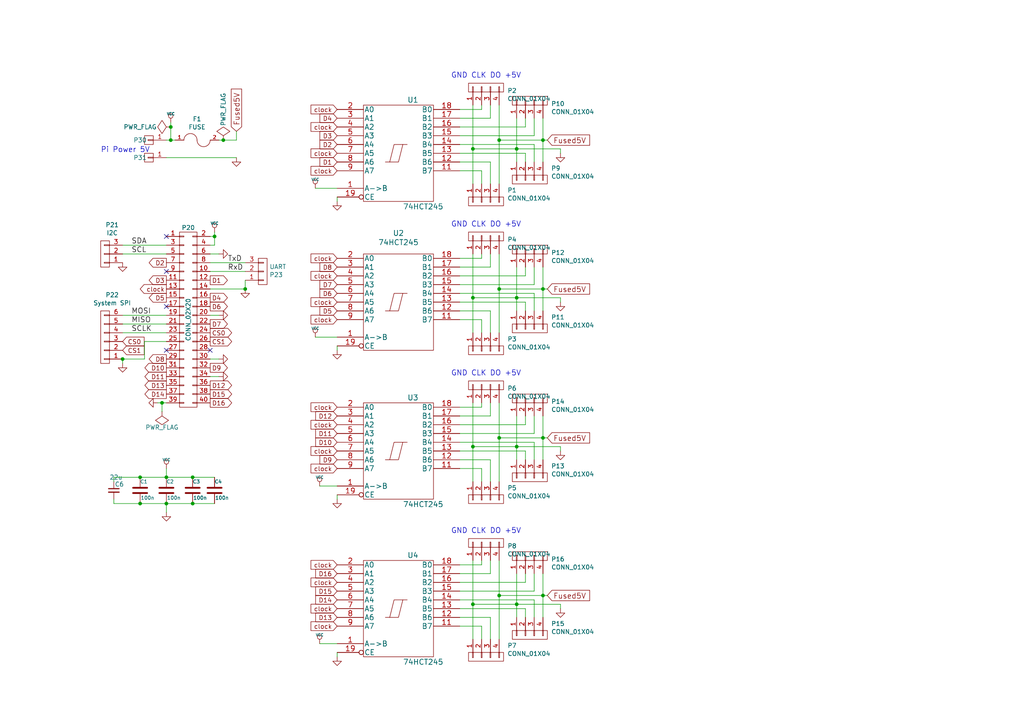
<source format=kicad_sch>
(kicad_sch (version 20250114) (generator "eeschema") (generator_version "9.0")
  (paper "A4")
  (lib_symbols
    (symbol "pi-adapter-rescue:74HC245" (pin_names (offset 0.254))
      (property "Reference" "U" (at 2.54 14.605 0))
      (property "Value" "74HC245" (at 1.27 -14.605 0))
      (symbol "74HC245_0_0"
        (pin power_in line (at 0 13.97 270) (length 0) (hide yes) (name "VCC") (number "20"))
        (pin power_in line (at 0 -13.97 90) (length 0) (hide yes) (name "GND") (number "10"))
      )
      (symbol "74HC245_0_1"
        (rectangle (start -10.16 13.97) (end 10.16 -13.97))
        (polyline (pts (xy 1.27 2.54) (xy 0 -2.54) (xy -2.54 -2.54)))
        (polyline (pts (xy 2.54 2.54) (xy -1.27 2.54) (xy -2.54 -2.54) (xy -3.81 -2.54)))
      )
      (symbol "74HC245_1_1"
        (pin tri_state line (at -17.78 12.7 0) (length 7.62) (name "A0") (number "2"))
        (pin tri_state line (at -17.78 10.16 0) (length 7.62) (name "A1") (number "3"))
        (pin tri_state line (at -17.78 7.62 0) (length 7.62) (name "A2") (number "4"))
        (pin tri_state line (at -17.78 5.08 0) (length 7.62) (name "A3") (number "5"))
        (pin tri_state line (at -17.78 2.54 0) (length 7.62) (name "A4") (number "6"))
        (pin tri_state line (at -17.78 0 0) (length 7.62) (name "A5") (number "7"))
        (pin tri_state line (at -17.78 -2.54 0) (length 7.62) (name "A6") (number "8"))
        (pin tri_state line (at -17.78 -5.08 0) (length 7.62) (name "A7") (number "9"))
        (pin input line (at -17.78 -10.16 0) (length 7.62) (name "A->B") (number "1"))
        (pin input inverted (at -17.78 -12.7 0) (length 7.62) (name "CE") (number "19"))
        (pin tri_state line (at 17.78 12.7 180) (length 7.62) (name "B0") (number "18"))
        (pin tri_state line (at 17.78 10.16 180) (length 7.62) (name "B1") (number "17"))
        (pin tri_state line (at 17.78 7.62 180) (length 7.62) (name "B2") (number "16"))
        (pin tri_state line (at 17.78 5.08 180) (length 7.62) (name "B3") (number "15"))
        (pin tri_state line (at 17.78 2.54 180) (length 7.62) (name "B4") (number "14"))
        (pin tri_state line (at 17.78 0 180) (length 7.62) (name "B5") (number "13"))
        (pin tri_state line (at 17.78 -2.54 180) (length 7.62) (name "B6") (number "12"))
        (pin tri_state line (at 17.78 -5.08 180) (length 7.62) (name "B7") (number "11"))
      )
    )
    (symbol "pi-adapter-rescue:C" (pin_numbers (hide yes)) (pin_names (offset 0.254))
      (property "Reference" "C" (at 0.635 2.54 0))
      (property "Value" "C" (at 0.635 -2.54 0))
      (symbol "C_0_1"
        (polyline (pts (xy -2.032 0.762) (xy 2.032 0.762)) (stroke (width 0.508)))
        (polyline (pts (xy -2.032 -0.762) (xy 2.032 -0.762)) (stroke (width 0.508)))
      )
      (symbol "C_1_1"
        (pin passive line (at 0 3.81 270) (length 2.794) (name "~") (number "1"))
        (pin passive line (at 0 -3.81 90) (length 2.794) (name "~") (number "2"))
      )
    )
    (symbol "pi-adapter-rescue:CONN_01X01" (pin_names (offset 1.016) (hide yes))
      (property "Reference" "P" (at 0 2.54 0))
      (property "Value" "CONN_01X01" (at 2.54 0 90))
      (symbol "CONN_01X01_0_1"
        (rectangle (start -1.27 1.27) (end 1.27 -1.27))
        (rectangle (start -1.27 0.127) (end 0.254 -0.127))
      )
      (symbol "CONN_01X01_1_1"
        (pin passive line (at -5.08 0 0) (length 3.81) (name "P1") (number "1"))
      )
    )
    (symbol "pi-adapter-rescue:CONN_01X03" (pin_names (offset 1.016) (hide yes))
      (property "Reference" "P" (at 0 5.08 0))
      (property "Value" "CONN_01X03" (at 2.54 0 90))
      (symbol "CONN_01X03_0_1"
        (rectangle (start -1.27 3.81) (end 1.27 -3.81))
        (rectangle (start -1.27 2.667) (end 0.254 2.413))
        (rectangle (start -1.27 0.127) (end 0.254 -0.127))
        (rectangle (start -1.27 -2.413) (end 0.254 -2.667))
      )
      (symbol "CONN_01X03_1_1"
        (pin passive line (at -5.08 2.54 0) (length 3.81) (name "P1") (number "1"))
        (pin passive line (at -5.08 0 0) (length 3.81) (name "P2") (number "2"))
        (pin passive line (at -5.08 -2.54 0) (length 3.81) (name "P3") (number "3"))
      )
    )
    (symbol "pi-adapter-rescue:CONN_01X04" (pin_names (offset 1.016) (hide yes))
      (property "Reference" "P" (at 0 6.35 0))
      (property "Value" "CONN_01X04" (at 2.54 0 90))
      (symbol "CONN_01X04_0_1"
        (rectangle (start -1.27 5.08) (end 1.27 -5.08))
        (rectangle (start -1.27 3.937) (end 0.254 3.683))
        (rectangle (start -1.27 1.397) (end 0.254 1.143))
        (rectangle (start -1.27 -1.143) (end 0.254 -1.397))
        (rectangle (start -1.27 -3.683) (end 0.254 -3.937))
      )
      (symbol "CONN_01X04_1_1"
        (pin passive line (at -5.08 3.81 0) (length 3.81) (name "P1") (number "1"))
        (pin passive line (at -5.08 1.27 0) (length 3.81) (name "P2") (number "2"))
        (pin passive line (at -5.08 -1.27 0) (length 3.81) (name "P3") (number "3"))
        (pin passive line (at -5.08 -3.81 0) (length 3.81) (name "P4") (number "4"))
      )
    )
    (symbol "pi-adapter-rescue:CONN_01X06" (pin_names (offset 1.016) (hide yes))
      (property "Reference" "P" (at 0 8.89 0))
      (property "Value" "CONN_01X06" (at 2.54 0 90))
      (symbol "CONN_01X06_0_1"
        (rectangle (start -1.27 7.62) (end 1.27 -7.62))
        (rectangle (start -1.27 6.477) (end 0.254 6.223))
        (rectangle (start -1.27 3.937) (end 0.254 3.683))
        (rectangle (start -1.27 1.397) (end 0.254 1.143))
        (rectangle (start -1.27 -1.143) (end 0.254 -1.397))
        (rectangle (start -1.27 -3.683) (end 0.254 -3.937))
        (rectangle (start -1.27 -6.223) (end 0.254 -6.477))
      )
      (symbol "CONN_01X06_1_1"
        (pin passive line (at -5.08 6.35 0) (length 3.81) (name "P1") (number "1"))
        (pin passive line (at -5.08 3.81 0) (length 3.81) (name "P2") (number "2"))
        (pin passive line (at -5.08 1.27 0) (length 3.81) (name "P3") (number "3"))
        (pin passive line (at -5.08 -1.27 0) (length 3.81) (name "P4") (number "4"))
        (pin passive line (at -5.08 -3.81 0) (length 3.81) (name "P5") (number "5"))
        (pin passive line (at -5.08 -6.35 0) (length 3.81) (name "P6") (number "6"))
      )
    )
    (symbol "pi-adapter-rescue:CONN_02X20" (pin_names (offset 0.0254) (hide yes))
      (property "Reference" "P" (at 0 26.67 0))
      (property "Value" "CONN_02X20" (at 0 0 90))
      (symbol "CONN_02X20_0_1"
        (rectangle (start -2.54 25.4) (end 2.54 -25.4))
        (rectangle (start -2.54 24.257) (end -1.27 24.003))
        (rectangle (start -2.54 21.717) (end -1.27 21.463))
        (rectangle (start -2.54 19.177) (end -1.27 18.923))
        (rectangle (start -2.54 16.637) (end -1.27 16.383))
        (rectangle (start -2.54 14.097) (end -1.27 13.843))
        (rectangle (start -2.54 11.557) (end -1.27 11.303))
        (rectangle (start -2.54 9.017) (end -1.27 8.763))
        (rectangle (start -2.54 6.477) (end -1.27 6.223))
        (rectangle (start -2.54 3.937) (end -1.27 3.683))
        (rectangle (start -2.54 1.397) (end -1.27 1.143))
        (rectangle (start -2.54 -1.143) (end -1.27 -1.397))
        (rectangle (start -2.54 -3.683) (end -1.27 -3.937))
        (rectangle (start -2.54 -6.223) (end -1.27 -6.477))
        (rectangle (start -2.54 -8.763) (end -1.27 -9.017))
        (rectangle (start -2.54 -11.303) (end -1.27 -11.557))
        (rectangle (start -2.54 -13.843) (end -1.27 -14.097))
        (rectangle (start -2.54 -16.383) (end -1.27 -16.637))
        (rectangle (start -2.54 -18.923) (end -1.27 -19.177))
        (rectangle (start -2.54 -21.463) (end -1.27 -21.717))
        (rectangle (start -2.54 -24.003) (end -1.27 -24.257))
        (rectangle (start 1.27 24.257) (end 2.54 24.003))
        (rectangle (start 1.27 21.717) (end 2.54 21.463))
        (rectangle (start 1.27 19.177) (end 2.54 18.923))
        (rectangle (start 1.27 16.637) (end 2.54 16.383))
        (rectangle (start 1.27 14.097) (end 2.54 13.843))
        (rectangle (start 1.27 11.557) (end 2.54 11.303))
        (rectangle (start 1.27 9.017) (end 2.54 8.763))
        (rectangle (start 1.27 6.477) (end 2.54 6.223))
        (rectangle (start 1.27 3.937) (end 2.54 3.683))
        (rectangle (start 1.27 1.397) (end 2.54 1.143))
        (rectangle (start 1.27 -1.143) (end 2.54 -1.397))
        (rectangle (start 1.27 -3.683) (end 2.54 -3.937))
        (rectangle (start 1.27 -6.223) (end 2.54 -6.477))
        (rectangle (start 1.27 -8.763) (end 2.54 -9.017))
        (rectangle (start 1.27 -11.303) (end 2.54 -11.557))
        (rectangle (start 1.27 -13.843) (end 2.54 -14.097))
        (rectangle (start 1.27 -16.383) (end 2.54 -16.637))
        (rectangle (start 1.27 -18.923) (end 2.54 -19.177))
        (rectangle (start 1.27 -21.463) (end 2.54 -21.717))
        (rectangle (start 1.27 -24.003) (end 2.54 -24.257))
      )
      (symbol "CONN_02X20_1_1"
        (pin passive line (at -6.35 24.13 0) (length 3.81) (name "P1") (number "1"))
        (pin passive line (at -6.35 21.59 0) (length 3.81) (name "P3") (number "3"))
        (pin passive line (at -6.35 19.05 0) (length 3.81) (name "P5") (number "5"))
        (pin passive line (at -6.35 16.51 0) (length 3.81) (name "P7") (number "7"))
        (pin passive line (at -6.35 13.97 0) (length 3.81) (name "P9") (number "9"))
        (pin passive line (at -6.35 11.43 0) (length 3.81) (name "P11") (number "11"))
        (pin passive line (at -6.35 8.89 0) (length 3.81) (name "P13") (number "13"))
        (pin passive line (at -6.35 6.35 0) (length 3.81) (name "P15") (number "15"))
        (pin passive line (at -6.35 3.81 0) (length 3.81) (name "P17") (number "17"))
        (pin passive line (at -6.35 1.27 0) (length 3.81) (name "P19") (number "19"))
        (pin passive line (at -6.35 -1.27 0) (length 3.81) (name "P21") (number "21"))
        (pin passive line (at -6.35 -3.81 0) (length 3.81) (name "P23") (number "23"))
        (pin passive line (at -6.35 -6.35 0) (length 3.81) (name "P25") (number "25"))
        (pin passive line (at -6.35 -8.89 0) (length 3.81) (name "P27") (number "27"))
        (pin passive line (at -6.35 -11.43 0) (length 3.81) (name "P29") (number "29"))
        (pin passive line (at -6.35 -13.97 0) (length 3.81) (name "P31") (number "31"))
        (pin passive line (at -6.35 -16.51 0) (length 3.81) (name "P33") (number "33"))
        (pin passive line (at -6.35 -19.05 0) (length 3.81) (name "P35") (number "35"))
        (pin passive line (at -6.35 -21.59 0) (length 3.81) (name "P37") (number "37"))
        (pin passive line (at -6.35 -24.13 0) (length 3.81) (name "P39") (number "39"))
        (pin passive line (at 6.35 24.13 180) (length 3.81) (name "P2") (number "2"))
        (pin passive line (at 6.35 21.59 180) (length 3.81) (name "P4") (number "4"))
        (pin passive line (at 6.35 19.05 180) (length 3.81) (name "P6") (number "6"))
        (pin passive line (at 6.35 16.51 180) (length 3.81) (name "P8") (number "8"))
        (pin passive line (at 6.35 13.97 180) (length 3.81) (name "P10") (number "10"))
        (pin passive line (at 6.35 11.43 180) (length 3.81) (name "P12") (number "12"))
        (pin passive line (at 6.35 8.89 180) (length 3.81) (name "P14") (number "14"))
        (pin passive line (at 6.35 6.35 180) (length 3.81) (name "P16") (number "16"))
        (pin passive line (at 6.35 3.81 180) (length 3.81) (name "P18") (number "18"))
        (pin passive line (at 6.35 1.27 180) (length 3.81) (name "P20") (number "20"))
        (pin passive line (at 6.35 -1.27 180) (length 3.81) (name "P22") (number "22"))
        (pin passive line (at 6.35 -3.81 180) (length 3.81) (name "P24") (number "24"))
        (pin passive line (at 6.35 -6.35 180) (length 3.81) (name "P26") (number "26"))
        (pin passive line (at 6.35 -8.89 180) (length 3.81) (name "P28") (number "28"))
        (pin passive line (at 6.35 -11.43 180) (length 3.81) (name "P30") (number "30"))
        (pin passive line (at 6.35 -13.97 180) (length 3.81) (name "P32") (number "32"))
        (pin passive line (at 6.35 -16.51 180) (length 3.81) (name "P34") (number "34"))
        (pin passive line (at 6.35 -19.05 180) (length 3.81) (name "P36") (number "36"))
        (pin passive line (at 6.35 -21.59 180) (length 3.81) (name "P38") (number "38"))
        (pin passive line (at 6.35 -24.13 180) (length 3.81) (name "P40") (number "40"))
      )
    )
    (symbol "pi-adapter-rescue:C_Small" (pin_numbers (hide yes)) (pin_names (offset 0.254) (hide yes))
      (property "Reference" "C" (at 0.254 1.778 0))
      (property "Value" "C_Small" (at 0.254 -2.032 0))
      (symbol "C_Small_0_1"
        (polyline (pts (xy -1.524 0.508) (xy 1.524 0.508)) (stroke (width 0.3048)))
        (polyline (pts (xy -1.524 -0.508) (xy 1.524 -0.508)) (stroke (width 0.3302)))
      )
      (symbol "C_Small_1_1"
        (pin passive line (at 0 2.54 270) (length 1.905) (name "~") (number "1"))
        (pin passive line (at 0 -2.54 90) (length 2.032) (name "~") (number "2"))
      )
    )
    (symbol "pi-adapter-rescue:FUSE" (pin_names (offset 0.254))
      (property "Reference" "F" (at 2.54 1.27 0))
      (property "Value" "FUSE" (at -2.54 -1.27 0))
      (symbol "FUSE_0_1"
        (arc (start -3.81 0) (mid -1.905 1.905) (end 0 0))
        (arc (start 3.81 0) (mid 1.905 -1.905) (end 0 0))
      )
      (symbol "FUSE_1_1"
        (pin input line (at -6.35 0 0) (length 2.54) (name "~") (number "1"))
        (pin input line (at 6.35 0 180) (length 2.54) (name "~") (number "2"))
      )
    )
    (symbol "pi-adapter-rescue:GND" (power) (pin_names (offset 0))
      (property "Value" "GND" (at 0 -3.81 0))
      (symbol "GND_0_1"
        (polyline (pts (xy 0 0) (xy 0 -1.27) (xy 1.27 -1.27) (xy 0 -2.54) (xy -1.27 -1.27) (xy 0 -1.27)))
      )
      (symbol "GND_1_1"
        (pin power_in line (at 0 0 270) (length 0) (hide yes) (name "GND") (number "1"))
      )
    )
    (symbol "pi-adapter-rescue:PWR_FLAG" (power) (pin_numbers (hide yes)) (pin_names (offset 0) (hide yes))
      (property "Value" "PWR_FLAG" (at 0 4.572 0))
      (symbol "PWR_FLAG_0_0"
        (pin power_out line (at 0 0 90) (length 0) (name "pwr") (number "1"))
      )
      (symbol "PWR_FLAG_0_1"
        (polyline (pts (xy 0 0) (xy 0 1.27) (xy -1.905 2.54) (xy 0 3.81) (xy 1.905 2.54) (xy 0 1.27)))
      )
    )
    (symbol "pi-adapter-rescue:VCC" (power) (pin_names (offset 0))
      (property "Value" "VCC" (at 0 3.81 0))
      (symbol "VCC_0_1"
        (circle (center 0 1.905) (radius 0.635))
        (polyline (pts (xy 0 0) (xy 0 1.27)))
      )
      (symbol "VCC_1_1"
        (pin power_in line (at 0 0 90) (length 0) (hide yes) (name "VCC") (number "1"))
      )
    )
  )
  (text "GND CLK DO +5V\n" (at 130.81 109.22 0) (effects (font (size 1.524 1.524)) (justify left bottom)))
  (text "Pi Power 5V" (at 29.21 44.45 0) (effects (font (size 1.524 1.524)) (justify left bottom)))
  (text "GND CLK DO +5V\n" (at 130.81 22.86 0) (effects (font (size 1.524 1.524)) (justify left bottom)))
  (text "GND CLK DO +5V\n" (at 130.81 154.94 0) (effects (font (size 1.524 1.524)) (justify left bottom)))
  (text "GND CLK DO +5V\n" (at 130.81 66.04 0) (effects (font (size 1.524 1.524)) (justify left bottom)))
  (junction (at 157.48 83.82))
  (junction (at 157.48 172.72))
  (junction (at 149.86 43.18))
  (junction (at 149.86 175.26))
  (junction (at 55.88 138.43))
  (junction (at 137.16 86.36))
  (junction (at 157.48 40.64))
  (junction (at 71.12 83.82))
  (junction (at 137.16 175.26))
  (junction (at 149.86 86.36))
  (junction (at 137.16 43.18))
  (junction (at 144.78 40.64))
  (junction (at 64.77 40.64))
  (junction (at 157.48 127))
  (junction (at 48.26 138.43))
  (junction (at 144.78 127))
  (junction (at 137.16 129.54))
  (junction (at 40.64 138.43))
  (junction (at 49.53 36.83))
  (junction (at 55.88 146.05))
  (junction (at 144.78 83.82))
  (junction (at 62.23 68.58))
  (junction (at 35.56 104.14))
  (junction (at 48.26 146.05))
  (junction (at 40.64 146.05))
  (junction (at 49.53 40.64))
  (junction (at 144.78 172.72))
  (junction (at 149.86 129.54))
  (junction (at 46.99 116.84))
  (no_connect (at 48.26 101.6))
  (no_connect (at 48.26 78.74))
  (no_connect (at 48.26 68.58))
  (no_connect (at 60.96 101.6))
  (no_connect (at 48.26 88.9))
  (wire (pts (xy 33.02 138.43) (xy 33.02 139.7)))
  (wire (pts (xy 149.86 86.36) (xy 162.56 86.36)))
  (wire (pts (xy 154.94 85.09) (xy 154.94 90.17)))
  (wire (pts (xy 60.96 104.14) (xy 63.5 104.14)))
  (wire (pts (xy 149.86 34.29) (xy 149.86 43.18)))
  (wire (pts (xy 157.48 77.47) (xy 157.48 83.82)))
  (wire (pts (xy 48.26 138.43) (xy 48.26 135.89)))
  (wire (pts (xy 62.23 67.31) (xy 62.23 68.58)))
  (wire (pts (xy 142.24 179.07) (xy 142.24 185.42)))
  (wire (pts (xy 162.56 175.26) (xy 162.56 176.53)))
  (wire (pts (xy 149.86 175.26) (xy 162.56 175.26)))
  (wire (pts (xy 144.78 116.84) (xy 144.78 127)))
  (wire (pts (xy 133.35 181.61) (xy 139.7 181.61)))
  (wire (pts (xy 149.86 86.36) (xy 149.86 90.17)))
  (wire (pts (xy 48.26 45.72) (xy 68.58 45.72)))
  (wire (pts (xy 152.4 44.45) (xy 133.35 44.45)))
  (wire (pts (xy 142.24 120.65) (xy 142.24 116.84)))
  (wire (pts (xy 92.71 186.69) (xy 97.79 186.69)))
  (wire (pts (xy 33.02 144.78) (xy 33.02 146.05)))
  (wire (pts (xy 62.23 68.58) (xy 62.23 71.12)))
  (wire (pts (xy 133.35 39.37) (xy 154.94 39.37)))
  (wire (pts (xy 142.24 90.17) (xy 142.24 96.52)))
  (wire (pts (xy 157.48 127) (xy 157.48 133.35)))
  (wire (pts (xy 152.4 46.99) (xy 152.4 44.45)))
  (wire (pts (xy 154.94 171.45) (xy 154.94 166.37)))
  (wire (pts (xy 149.86 166.37) (xy 149.86 175.26)))
  (wire (pts (xy 137.16 43.18) (xy 137.16 53.34)))
  (wire (pts (xy 139.7 135.89) (xy 139.7 139.7)))
  (wire (pts (xy 97.79 54.61) (xy 91.44 54.61)))
  (wire (pts (xy 60.96 73.66) (xy 63.5 73.66)))
  (wire (pts (xy 133.35 41.91) (xy 154.94 41.91)))
  (wire (pts (xy 137.16 43.18) (xy 149.86 43.18)))
  (wire (pts (xy 144.78 73.66) (xy 144.78 83.82)))
  (wire (pts (xy 133.35 80.01) (xy 152.4 80.01)))
  (wire (pts (xy 154.94 82.55) (xy 154.94 77.47)))
  (wire (pts (xy 154.94 128.27) (xy 154.94 133.35)))
  (wire (pts (xy 133.35 166.37) (xy 142.24 166.37)))
  (wire (pts (xy 157.48 40.64) (xy 158.75 40.64)))
  (wire (pts (xy 142.24 166.37) (xy 142.24 162.56)))
  (wire (pts (xy 139.7 74.93) (xy 139.7 73.66)))
  (wire (pts (xy 149.86 120.65) (xy 149.86 129.54)))
  (wire (pts (xy 137.16 86.36) (xy 137.16 96.52)))
  (wire (pts (xy 133.35 82.55) (xy 154.94 82.55)))
  (wire (pts (xy 133.35 31.75) (xy 139.7 31.75)))
  (wire (pts (xy 157.48 127) (xy 158.75 127)))
  (wire (pts (xy 137.16 129.54) (xy 137.16 139.7)))
  (wire (pts (xy 33.02 146.05) (xy 40.64 146.05)))
  (wire (pts (xy 157.48 172.72) (xy 157.48 179.07)))
  (wire (pts (xy 162.56 86.36) (xy 162.56 87.63)))
  (wire (pts (xy 137.16 175.26) (xy 137.16 185.42)))
  (wire (pts (xy 149.86 175.26) (xy 149.86 179.07)))
  (wire (pts (xy 152.4 168.91) (xy 152.4 166.37)))
  (wire (pts (xy 49.53 36.83) (xy 49.53 40.64)))
  (wire (pts (xy 48.26 146.05) (xy 48.26 148.59)))
  (wire (pts (xy 41.91 104.14) (xy 41.91 99.06)))
  (wire (pts (xy 149.86 129.54) (xy 162.56 129.54)))
  (wire (pts (xy 133.35 77.47) (xy 142.24 77.47)))
  (wire (pts (xy 45.72 116.84) (xy 46.99 116.84)))
  (wire (pts (xy 49.53 40.64) (xy 50.8 40.64)))
  (wire (pts (xy 133.35 118.11) (xy 139.7 118.11)))
  (wire (pts (xy 157.48 40.64) (xy 157.48 46.99)))
  (wire (pts (xy 142.24 34.29) (xy 142.24 30.48)))
  (wire (pts (xy 144.78 40.64) (xy 157.48 40.64)))
  (wire (pts (xy 137.16 86.36) (xy 149.86 86.36)))
  (wire (pts (xy 71.12 81.28) (xy 71.12 83.82)))
  (wire (pts (xy 46.99 116.84) (xy 48.26 116.84)))
  (wire (pts (xy 62.23 71.12) (xy 60.96 71.12)))
  (wire (pts (xy 137.16 30.48) (xy 137.16 43.18)))
  (wire (pts (xy 139.7 181.61) (xy 139.7 185.42)))
  (wire (pts (xy 152.4 36.83) (xy 152.4 34.29)))
  (wire (pts (xy 137.16 73.66) (xy 137.16 86.36)))
  (wire (pts (xy 133.35 163.83) (xy 139.7 163.83)))
  (wire (pts (xy 152.4 130.81) (xy 133.35 130.81)))
  (wire (pts (xy 154.94 173.99) (xy 154.94 179.07)))
  (wire (pts (xy 144.78 172.72) (xy 157.48 172.72)))
  (wire (pts (xy 133.35 36.83) (xy 152.4 36.83)))
  (wire (pts (xy 152.4 179.07) (xy 152.4 176.53)))
  (wire (pts (xy 49.53 35.56) (xy 49.53 36.83)))
  (wire (pts (xy 139.7 49.53) (xy 139.7 53.34)))
  (wire (pts (xy 35.56 71.12) (xy 48.26 71.12)))
  (wire (pts (xy 60.96 76.2) (xy 71.12 76.2)))
  (wire (pts (xy 133.35 49.53) (xy 139.7 49.53)))
  (wire (pts (xy 35.56 93.98) (xy 48.26 93.98)))
  (wire (pts (xy 133.35 171.45) (xy 154.94 171.45)))
  (wire (pts (xy 149.86 43.18) (xy 149.86 46.99)))
  (wire (pts (xy 144.78 127) (xy 157.48 127)))
  (wire (pts (xy 152.4 133.35) (xy 152.4 130.81)))
  (wire (pts (xy 154.94 41.91) (xy 154.94 46.99)))
  (wire (pts (xy 60.96 109.22) (xy 63.5 109.22)))
  (wire (pts (xy 60.96 68.58) (xy 62.23 68.58)))
  (wire (pts (xy 139.7 163.83) (xy 139.7 162.56)))
  (wire (pts (xy 133.35 74.93) (xy 139.7 74.93)))
  (wire (pts (xy 157.48 83.82) (xy 158.75 83.82)))
  (wire (pts (xy 157.48 83.82) (xy 157.48 90.17)))
  (wire (pts (xy 91.44 97.79) (xy 97.79 97.79)))
  (wire (pts (xy 144.78 83.82) (xy 144.78 96.52)))
  (wire (pts (xy 35.56 104.14) (xy 41.91 104.14)))
  (wire (pts (xy 144.78 30.48) (xy 144.78 40.64)))
  (wire (pts (xy 142.24 46.99) (xy 142.24 53.34)))
  (wire (pts (xy 55.88 138.43) (xy 62.23 138.43)))
  (wire (pts (xy 152.4 87.63) (xy 133.35 87.63)))
  (wire (pts (xy 133.35 123.19) (xy 152.4 123.19)))
  (wire (pts (xy 48.26 138.43) (xy 55.88 138.43)))
  (wire (pts (xy 137.16 162.56) (xy 137.16 175.26)))
  (wire (pts (xy 157.48 120.65) (xy 157.48 127)))
  (wire (pts (xy 139.7 92.71) (xy 139.7 96.52)))
  (wire (pts (xy 35.56 73.66) (xy 48.26 73.66)))
  (wire (pts (xy 144.78 172.72) (xy 144.78 185.42)))
  (wire (pts (xy 133.35 173.99) (xy 154.94 173.99)))
  (wire (pts (xy 137.16 175.26) (xy 149.86 175.26)))
  (wire (pts (xy 133.35 85.09) (xy 154.94 85.09)))
  (wire (pts (xy 71.12 83.82) (xy 60.96 83.82)))
  (wire (pts (xy 35.56 91.44) (xy 48.26 91.44)))
  (wire (pts (xy 152.4 80.01) (xy 152.4 77.47)))
  (wire (pts (xy 133.35 133.35) (xy 142.24 133.35)))
  (wire (pts (xy 55.88 146.05) (xy 62.23 146.05)))
  (wire (pts (xy 33.02 138.43) (xy 40.64 138.43)))
  (wire (pts (xy 40.64 138.43) (xy 48.26 138.43)))
  (wire (pts (xy 64.77 40.64) (xy 68.58 40.64)))
  (wire (pts (xy 144.78 40.64) (xy 144.78 53.34)))
  (wire (pts (xy 48.26 40.64) (xy 49.53 40.64)))
  (wire (pts (xy 154.94 125.73) (xy 154.94 120.65)))
  (wire (pts (xy 144.78 127) (xy 144.78 139.7)))
  (wire (pts (xy 41.91 99.06) (xy 48.26 99.06)))
  (wire (pts (xy 133.35 92.71) (xy 139.7 92.71)))
  (wire (pts (xy 139.7 31.75) (xy 139.7 30.48)))
  (wire (pts (xy 154.94 39.37) (xy 154.94 34.29)))
  (wire (pts (xy 144.78 83.82) (xy 157.48 83.82)))
  (wire (pts (xy 92.71 140.97) (xy 97.79 140.97)))
  (wire (pts (xy 133.35 46.99) (xy 142.24 46.99)))
  (wire (pts (xy 35.56 96.52) (xy 48.26 96.52)))
  (wire (pts (xy 133.35 168.91) (xy 152.4 168.91)))
  (wire (pts (xy 152.4 176.53) (xy 133.35 176.53)))
  (wire (pts (xy 162.56 43.18) (xy 162.56 44.45)))
  (wire (pts (xy 97.79 57.15) (xy 97.79 58.42)))
  (wire (pts (xy 144.78 162.56) (xy 144.78 172.72)))
  (wire (pts (xy 142.24 77.47) (xy 142.24 73.66)))
  (wire (pts (xy 149.86 77.47) (xy 149.86 86.36)))
  (wire (pts (xy 60.96 78.74) (xy 71.12 78.74)))
  (wire (pts (xy 137.16 129.54) (xy 149.86 129.54)))
  (wire (pts (xy 152.4 123.19) (xy 152.4 120.65)))
  (wire (pts (xy 46.99 116.84) (xy 46.99 119.38)))
  (wire (pts (xy 97.79 189.23) (xy 97.79 190.5)))
  (wire (pts (xy 60.96 91.44) (xy 63.5 91.44)))
  (wire (pts (xy 137.16 116.84) (xy 137.16 129.54)))
  (wire (pts (xy 133.35 179.07) (xy 142.24 179.07)))
  (wire (pts (xy 133.35 34.29) (xy 142.24 34.29)))
  (wire (pts (xy 97.79 143.51) (xy 97.79 144.78)))
  (wire (pts (xy 152.4 90.17) (xy 152.4 87.63)))
  (wire (pts (xy 133.35 125.73) (xy 154.94 125.73)))
  (wire (pts (xy 157.48 166.37) (xy 157.48 172.72)))
  (wire (pts (xy 35.56 104.14) (xy 35.56 105.41)))
  (wire (pts (xy 97.79 100.33) (xy 97.79 101.6)))
  (wire (pts (xy 48.26 146.05) (xy 55.88 146.05)))
  (wire (pts (xy 142.24 133.35) (xy 142.24 139.7)))
  (wire (pts (xy 40.64 146.05) (xy 48.26 146.05)))
  (wire (pts (xy 157.48 172.72) (xy 158.75 172.72)))
  (wire (pts (xy 133.35 135.89) (xy 139.7 135.89)))
  (wire (pts (xy 133.35 128.27) (xy 154.94 128.27)))
  (wire (pts (xy 149.86 43.18) (xy 162.56 43.18)))
  (wire (pts (xy 149.86 129.54) (xy 149.86 133.35)))
  (wire (pts (xy 162.56 129.54) (xy 162.56 130.81)))
  (wire (pts (xy 133.35 90.17) (xy 142.24 90.17)))
  (wire (pts (xy 157.48 34.29) (xy 157.48 40.64)))
  (wire (pts (xy 139.7 118.11) (xy 139.7 116.84)))
  (wire (pts (xy 133.35 120.65) (xy 142.24 120.65)))
  (wire (pts (xy 63.5 40.64) (xy 64.77 40.64)))
  (wire (pts (xy 68.58 40.64) (xy 68.58 38.1)))
  (label "RxD" (at 66.04 78.74 0) (effects (font (size 1.524 1.524))))
  (label "MOSI" (at 38.1 91.44 0) (effects (font (size 1.524 1.524))))
  (label "MISO" (at 38.1 93.98 0) (effects (font (size 1.524 1.524))))
  (label "SCL" (at 38.1 73.66 0) (effects (font (size 1.524 1.524))))
  (label "SDA" (at 38.1 71.12 0) (effects (font (size 1.524 1.524))))
  (label "TxD" (at 66.04 76.2 0) (effects (font (size 1.524 1.524))))
  (label "SCLK" (at 38.1 96.52 0) (effects (font (size 1.524 1.524))))
  (global_label "CS0" (shape output) (at 60.96 96.52 0) (effects (font (size 1.2954 1.2954))) (property "Intersheetrefs" "${INTERSHEET_REFS}" (effects (hide yes))))
  (global_label "D9" (shape output) (at 60.96 106.68 0) (effects (font (size 1.2954 1.2954))) (property "Intersheetrefs" "${INTERSHEET_REFS}" (effects (hide yes))))
  (global_label "D7" (shape input) (at 97.79 82.55 180) (effects (font (size 1.2954 1.2954))) (property "Intersheetrefs" "${INTERSHEET_REFS}" (effects (hide yes))))
  (global_label "D12" (shape output) (at 60.96 111.76 0) (effects (font (size 1.2954 1.2954))) (property "Intersheetrefs" "${INTERSHEET_REFS}" (effects (hide yes))))
  (global_label "clock" (shape input) (at 97.79 176.53 180) (effects (font (size 1.2954 1.2954))) (property "Intersheetrefs" "${INTERSHEET_REFS}" (effects (hide yes))))
  (global_label "D10" (shape input) (at 97.79 128.27 180) (effects (font (size 1.2954 1.2954))) (property "Intersheetrefs" "${INTERSHEET_REFS}" (effects (hide yes))))
  (global_label "D6" (shape input) (at 97.79 85.09 180) (effects (font (size 1.2954 1.2954))) (property "Intersheetrefs" "${INTERSHEET_REFS}" (effects (hide yes))))
  (global_label "CS0" (shape input) (at 35.56 99.06 0) (effects (font (size 1.2954 1.2954))) (property "Intersheetrefs" "${INTERSHEET_REFS}" (effects (hide yes))))
  (global_label "Fused5V" (shape input) (at 158.75 83.82 0) (effects (font (size 1.524 1.524))) (property "Intersheetrefs" "${INTERSHEET_REFS}" (effects (hide yes))))
  (global_label "clock" (shape input) (at 97.79 74.93 180) (effects (font (size 1.2954 1.2954))) (property "Intersheetrefs" "${INTERSHEET_REFS}" (effects (hide yes))))
  (global_label "D15" (shape output) (at 60.96 114.3 0) (effects (font (size 1.2954 1.2954))) (property "Intersheetrefs" "${INTERSHEET_REFS}" (effects (hide yes))))
  (global_label "D13" (shape output) (at 48.26 111.76 180) (effects (font (size 1.2954 1.2954))) (property "Intersheetrefs" "${INTERSHEET_REFS}" (effects (hide yes))))
  (global_label "CS1" (shape output) (at 60.96 99.06 0) (effects (font (size 1.2954 1.2954))) (property "Intersheetrefs" "${INTERSHEET_REFS}" (effects (hide yes))))
  (global_label "D11" (shape input) (at 97.79 125.73 180) (effects (font (size 1.2954 1.2954))) (property "Intersheetrefs" "${INTERSHEET_REFS}" (effects (hide yes))))
  (global_label "D5" (shape input) (at 97.79 90.17 180) (effects (font (size 1.2954 1.2954))) (property "Intersheetrefs" "${INTERSHEET_REFS}" (effects (hide yes))))
  (global_label "clock" (shape input) (at 97.79 92.71 180) (effects (font (size 1.2954 1.2954))) (property "Intersheetrefs" "${INTERSHEET_REFS}" (effects (hide yes))))
  (global_label "D13" (shape input) (at 97.79 179.07 180) (effects (font (size 1.2954 1.2954))) (property "Intersheetrefs" "${INTERSHEET_REFS}" (effects (hide yes))))
  (global_label "D16" (shape input) (at 97.79 166.37 180) (effects (font (size 1.2954 1.2954))) (property "Intersheetrefs" "${INTERSHEET_REFS}" (effects (hide yes))))
  (global_label "clock" (shape input) (at 97.79 118.11 180) (effects (font (size 1.2954 1.2954))) (property "Intersheetrefs" "${INTERSHEET_REFS}" (effects (hide yes))))
  (global_label "D5" (shape output) (at 48.26 86.36 180) (effects (font (size 1.2954 1.2954))) (property "Intersheetrefs" "${INTERSHEET_REFS}" (effects (hide yes))))
  (global_label "D2" (shape input) (at 97.79 41.91 180) (effects (font (size 1.2954 1.2954))) (property "Intersheetrefs" "${INTERSHEET_REFS}" (effects (hide yes))))
  (global_label "D12" (shape input) (at 97.79 120.65 180) (effects (font (size 1.2954 1.2954))) (property "Intersheetrefs" "${INTERSHEET_REFS}" (effects (hide yes))))
  (global_label "clock" (shape input) (at 97.79 36.83 180) (effects (font (size 1.2954 1.2954))) (property "Intersheetrefs" "${INTERSHEET_REFS}" (effects (hide yes))))
  (global_label "clock" (shape input) (at 97.79 123.19 180) (effects (font (size 1.2954 1.2954))) (property "Intersheetrefs" "${INTERSHEET_REFS}" (effects (hide yes))))
  (global_label "D16" (shape output) (at 60.96 116.84 0) (effects (font (size 1.2954 1.2954))) (property "Intersheetrefs" "${INTERSHEET_REFS}" (effects (hide yes))))
  (global_label "D8" (shape input) (at 97.79 77.47 180) (effects (font (size 1.2954 1.2954))) (property "Intersheetrefs" "${INTERSHEET_REFS}" (effects (hide yes))))
  (global_label "D15" (shape input) (at 97.79 171.45 180) (effects (font (size 1.2954 1.2954))) (property "Intersheetrefs" "${INTERSHEET_REFS}" (effects (hide yes))))
  (global_label "D7" (shape output) (at 60.96 93.98 0) (effects (font (size 1.2954 1.2954))) (property "Intersheetrefs" "${INTERSHEET_REFS}" (effects (hide yes))))
  (global_label "D14" (shape input) (at 97.79 173.99 180) (effects (font (size 1.2954 1.2954))) (property "Intersheetrefs" "${INTERSHEET_REFS}" (effects (hide yes))))
  (global_label "D6" (shape output) (at 60.96 88.9 0) (effects (font (size 1.2954 1.2954))) (property "Intersheetrefs" "${INTERSHEET_REFS}" (effects (hide yes))))
  (global_label "D1" (shape input) (at 97.79 46.99 180) (effects (font (size 1.2954 1.2954))) (property "Intersheetrefs" "${INTERSHEET_REFS}" (effects (hide yes))))
  (global_label "D1" (shape output) (at 60.96 81.28 0) (effects (font (size 1.2954 1.2954))) (property "Intersheetrefs" "${INTERSHEET_REFS}" (effects (hide yes))))
  (global_label "clock" (shape input) (at 97.79 87.63 180) (effects (font (size 1.2954 1.2954))) (property "Intersheetrefs" "${INTERSHEET_REFS}" (effects (hide yes))))
  (global_label "D4" (shape output) (at 60.96 86.36 0) (effects (font (size 1.2954 1.2954))) (property "Intersheetrefs" "${INTERSHEET_REFS}" (effects (hide yes))))
  (global_label "clock" (shape input) (at 97.79 31.75 180) (effects (font (size 1.2954 1.2954))) (property "Intersheetrefs" "${INTERSHEET_REFS}" (effects (hide yes))))
  (global_label "D8" (shape output) (at 48.26 104.14 180) (effects (font (size 1.2954 1.2954))) (property "Intersheetrefs" "${INTERSHEET_REFS}" (effects (hide yes))))
  (global_label "clock" (shape input) (at 97.79 163.83 180) (effects (font (size 1.2954 1.2954))) (property "Intersheetrefs" "${INTERSHEET_REFS}" (effects (hide yes))))
  (global_label "D4" (shape input) (at 97.79 34.29 180) (effects (font (size 1.2954 1.2954))) (property "Intersheetrefs" "${INTERSHEET_REFS}" (effects (hide yes))))
  (global_label "clock" (shape input) (at 97.79 44.45 180) (effects (font (size 1.2954 1.2954))) (property "Intersheetrefs" "${INTERSHEET_REFS}" (effects (hide yes))))
  (global_label "clock" (shape input) (at 97.79 135.89 180) (effects (font (size 1.2954 1.2954))) (property "Intersheetrefs" "${INTERSHEET_REFS}" (effects (hide yes))))
  (global_label "D11" (shape output) (at 48.26 109.22 180) (effects (font (size 1.2954 1.2954))) (property "Intersheetrefs" "${INTERSHEET_REFS}" (effects (hide yes))))
  (global_label "Fused5V" (shape input) (at 158.75 40.64 0) (effects (font (size 1.524 1.524))) (property "Intersheetrefs" "${INTERSHEET_REFS}" (effects (hide yes))))
  (global_label "clock" (shape input) (at 97.79 80.01 180) (effects (font (size 1.2954 1.2954))) (property "Intersheetrefs" "${INTERSHEET_REFS}" (effects (hide yes))))
  (global_label "clock" (shape input) (at 97.79 181.61 180) (effects (font (size 1.2954 1.2954))) (property "Intersheetrefs" "${INTERSHEET_REFS}" (effects (hide yes))))
  (global_label "D3" (shape output) (at 48.26 81.28 180) (effects (font (size 1.2954 1.2954))) (property "Intersheetrefs" "${INTERSHEET_REFS}" (effects (hide yes))))
  (global_label "D10" (shape output) (at 48.26 106.68 180) (effects (font (size 1.2954 1.2954))) (property "Intersheetrefs" "${INTERSHEET_REFS}" (effects (hide yes))))
  (global_label "Fused5V" (shape input) (at 68.58 38.1 90) (effects (font (size 1.524 1.524))) (property "Intersheetrefs" "${INTERSHEET_REFS}" (effects (hide yes))))
  (global_label "clock" (shape output) (at 48.26 83.82 180) (effects (font (size 1.2954 1.2954))) (property "Intersheetrefs" "${INTERSHEET_REFS}" (effects (hide yes))))
  (global_label "D3" (shape input) (at 97.79 39.37 180) (effects (font (size 1.2954 1.2954))) (property "Intersheetrefs" "${INTERSHEET_REFS}" (effects (hide yes))))
  (global_label "Fused5V" (shape input) (at 158.75 172.72 0) (effects (font (size 1.524 1.524))) (property "Intersheetrefs" "${INTERSHEET_REFS}" (effects (hide yes))))
  (global_label "D14" (shape output) (at 48.26 114.3 180) (effects (font (size 1.2954 1.2954))) (property "Intersheetrefs" "${INTERSHEET_REFS}" (effects (hide yes))))
  (global_label "Fused5V" (shape input) (at 158.75 127 0) (effects (font (size 1.524 1.524))) (property "Intersheetrefs" "${INTERSHEET_REFS}" (effects (hide yes))))
  (global_label "D2" (shape output) (at 48.26 76.2 180) (effects (font (size 1.2954 1.2954))) (property "Intersheetrefs" "${INTERSHEET_REFS}" (effects (hide yes))))
  (global_label "clock" (shape input) (at 97.79 49.53 180) (effects (font (size 1.2954 1.2954))) (property "Intersheetrefs" "${INTERSHEET_REFS}" (effects (hide yes))))
  (global_label "clock" (shape input) (at 97.79 130.81 180) (effects (font (size 1.2954 1.2954))) (property "Intersheetrefs" "${INTERSHEET_REFS}" (effects (hide yes))))
  (global_label "D9" (shape input) (at 97.79 133.35 180) (effects (font (size 1.2954 1.2954))) (property "Intersheetrefs" "${INTERSHEET_REFS}" (effects (hide yes))))
  (global_label "CS1" (shape input) (at 35.56 101.6 0) (effects (font (size 1.2954 1.2954))) (property "Intersheetrefs" "${INTERSHEET_REFS}" (effects (hide yes))))
  (global_label "clock" (shape input) (at 97.79 168.91 180) (effects (font (size 1.2954 1.2954))) (property "Intersheetrefs" "${INTERSHEET_REFS}" (effects (hide yes))))
  (symbol (lib_id "pi-adapter-rescue:74HC245") (at 115.57 44.45 0) (unit 1)
    (property "Reference" "U1" (at 118.11 29.845 0) (effects (font (size 1.524 1.524)) (justify left bottom)))
    (property "Value" "74HCT245" (at 116.84 59.055 0) (effects (font (size 1.524 1.524)) (justify left top)))
    (property "Footprint" "Housings_SSOP:TSSOP-20_4.4x6.5mm_Pitch0.65mm" (effects (hide yes)))
  )
  (symbol (lib_id "pi-adapter-rescue:74HC245") (at 115.57 87.63 0) (unit 1)
    (property "Reference" "U2" (at 115.57 67.6148 0) (effects (font (size 1.524 1.524))))
    (property "Value" "74HCT245" (at 115.57 70.3072 0) (effects (font (size 1.524 1.524))))
    (property "Footprint" "Housings_SSOP:TSSOP-20_4.4x6.5mm_Pitch0.65mm" (effects (hide yes)))
  )
  (symbol (lib_id "pi-adapter-rescue:74HC245") (at 115.57 130.81 0) (unit 1)
    (property "Reference" "U3" (at 118.11 116.205 0) (effects (font (size 1.524 1.524)) (justify left bottom)))
    (property "Value" "74HCT245" (at 116.84 145.415 0) (effects (font (size 1.524 1.524)) (justify left top)))
    (property "Footprint" "Housings_SSOP:TSSOP-20_4.4x6.5mm_Pitch0.65mm" (effects (hide yes)))
  )
  (symbol (lib_id "pi-adapter-rescue:CONN_02X20") (at 54.61 92.71 0) (unit 1)
    (property "Reference" "P20" (at 54.61 66.04 0))
    (property "Value" "CONN_02X20" (at 54.61 92.71 90))
    (property "Footprint" "Pin_Headers:Pin_Header_Straight_2x20" (effects (hide yes)))
  )
  (symbol (lib_id "pi-adapter-rescue:GND") (at 63.5 91.44 90) (unit 1)
    (property "Reference" "#PWR01" (effects (hide yes)))
    (property "Value" "GND" (effects (hide yes)))
  )
  (symbol (lib_id "pi-adapter-rescue:GND") (at 63.5 73.66 90) (unit 1)
    (property "Reference" "#PWR02" (effects (hide yes)))
    (property "Value" "GND" (effects (hide yes)))
  )
  (symbol (lib_id "pi-adapter-rescue:GND") (at 45.72 116.84 270) (unit 1)
    (property "Reference" "#PWR03" (effects (hide yes)))
    (property "Value" "GND" (effects (hide yes)))
  )
  (symbol (lib_id "pi-adapter-rescue:GND") (at 63.5 109.22 90) (unit 1)
    (property "Reference" "#PWR04" (effects (hide yes)))
    (property "Value" "GND" (effects (hide yes)))
  )
  (symbol (lib_id "pi-adapter-rescue:GND") (at 35.56 105.41 0) (unit 1)
    (property "Reference" "#PWR05" (effects (hide yes)))
    (property "Value" "GND" (effects (hide yes)))
  )
  (symbol (lib_id "pi-adapter-rescue:C") (at 40.64 142.24 0) (unit 1)
    (property "Reference" "C1" (at 40.64 139.7 0) (effects (font (size 1.016 1.016)) (justify left)))
    (property "Value" "100n" (at 40.7924 144.399 0) (effects (font (size 1.016 1.016)) (justify left)))
    (property "Footprint" "Capacitors_SMD:C_0805_HandSoldering" (effects (hide yes)))
  )
  (symbol (lib_id "pi-adapter-rescue:C") (at 48.26 142.24 0) (unit 1)
    (property "Reference" "C2" (at 48.26 139.7 0) (effects (font (size 1.016 1.016)) (justify left)))
    (property "Value" "100n" (at 48.4124 144.399 0) (effects (font (size 1.016 1.016)) (justify left)))
    (property "Footprint" "Capacitors_SMD:C_0805_HandSoldering" (effects (hide yes)))
  )
  (symbol (lib_id "pi-adapter-rescue:C") (at 55.88 142.24 0) (unit 1)
    (property "Reference" "C3" (at 55.88 139.7 0) (effects (font (size 1.016 1.016)) (justify left)))
    (property "Value" "100n" (at 56.0324 144.399 0) (effects (font (size 1.016 1.016)) (justify left)))
    (property "Footprint" "Capacitors_SMD:C_0805_HandSoldering" (effects (hide yes)))
  )
  (symbol (lib_id "pi-adapter-rescue:GND") (at 48.26 148.59 0) (unit 1)
    (property "Reference" "#PWR06" (effects (hide yes)))
    (property "Value" "GND" (effects (hide yes)))
  )
  (symbol (lib_id "pi-adapter-rescue:VCC") (at 48.26 135.89 0) (unit 1)
    (property "Reference" "#PWR07" (effects (hide yes)))
    (property "Value" "VCC" (at 48.26 133.35 0) (effects (font (size 0.762 0.762))))
  )
  (symbol (lib_id "pi-adapter-rescue:GND") (at 97.79 58.42 0) (unit 1)
    (property "Reference" "#PWR08" (effects (hide yes)))
    (property "Value" "GND" (effects (hide yes)))
  )
  (symbol (lib_id "pi-adapter-rescue:GND") (at 97.79 101.6 0) (unit 1)
    (property "Reference" "#PWR09" (effects (hide yes)))
    (property "Value" "GND" (effects (hide yes)))
  )
  (symbol (lib_id "pi-adapter-rescue:GND") (at 97.79 144.78 0) (unit 1)
    (property "Reference" "#PWR010" (effects (hide yes)))
    (property "Value" "GND" (effects (hide yes)))
  )
  (symbol (lib_id "pi-adapter-rescue:VCC") (at 91.44 54.61 0) (unit 1)
    (property "Reference" "#PWR011" (effects (hide yes)))
    (property "Value" "VCC" (at 91.44 52.07 0) (effects (font (size 0.762 0.762))))
  )
  (symbol (lib_id "pi-adapter-rescue:VCC") (at 91.44 97.79 0) (unit 1)
    (property "Reference" "#PWR012" (effects (hide yes)))
    (property "Value" "VCC" (at 91.44 95.25 0) (effects (font (size 0.762 0.762))))
  )
  (symbol (lib_id "pi-adapter-rescue:VCC") (at 92.71 140.97 0) (unit 1)
    (property "Reference" "#PWR013" (effects (hide yes)))
    (property "Value" "VCC" (at 92.71 138.43 0) (effects (font (size 0.762 0.762))))
  )
  (symbol (lib_id "pi-adapter-rescue:C") (at 62.23 142.24 0) (unit 1)
    (property "Reference" "C4" (at 62.23 139.7 0) (effects (font (size 1.016 1.016)) (justify left)))
    (property "Value" "100n" (at 62.3824 144.399 0) (effects (font (size 1.016 1.016)) (justify left)))
    (property "Footprint" "Capacitors_SMD:C_0805_HandSoldering" (effects (hide yes)))
  )
  (symbol (lib_id "pi-adapter-rescue:74HC245") (at 115.57 176.53 0) (unit 1)
    (property "Reference" "U4" (at 118.11 161.925 0) (effects (font (size 1.524 1.524)) (justify left bottom)))
    (property "Value" "74HCT245" (at 116.84 191.135 0) (effects (font (size 1.524 1.524)) (justify left top)))
    (property "Footprint" "Housings_SSOP:TSSOP-20_4.4x6.5mm_Pitch0.65mm" (effects (hide yes)))
  )
  (symbol (lib_id "pi-adapter-rescue:GND") (at 97.79 190.5 0) (unit 1)
    (property "Reference" "#PWR014" (effects (hide yes)))
    (property "Value" "GND" (effects (hide yes)))
  )
  (symbol (lib_id "pi-adapter-rescue:VCC") (at 92.71 186.69 0) (unit 1)
    (property "Reference" "#PWR015" (effects (hide yes)))
    (property "Value" "VCC" (at 92.71 184.15 0) (effects (font (size 0.762 0.762))))
  )
  (symbol (lib_id "pi-adapter-rescue:PWR_FLAG") (at 46.99 119.38 180) (unit 1)
    (property "Reference" "#FLG016" (effects (hide yes)))
    (property "Value" "PWR_FLAG" (at 46.99 123.952 0))
  )
  (symbol (lib_id "pi-adapter-rescue:GND") (at 68.58 45.72 0) (unit 1)
    (property "Reference" "#PWR017" (effects (hide yes)))
    (property "Value" "GND" (effects (hide yes)))
  )
  (symbol (lib_id "pi-adapter-rescue:VCC") (at 49.53 35.56 0) (unit 1)
    (property "Reference" "#PWR018" (effects (hide yes)))
    (property "Value" "VCC" (at 49.53 33.02 0) (effects (font (size 0.762 0.762))))
  )
  (symbol (lib_id "pi-adapter-rescue:C_Small") (at 33.02 142.24 0) (unit 1)
    (property "Reference" "C6" (at 33.274 140.462 0) (effects (justify left)))
    (property "Value" "22u" (at 31.75 138.43 0) (effects (justify left)))
    (property "Footprint" "Capacitors_SMD:C_1206_HandSoldering" (effects (hide yes)))
  )
  (symbol (lib_id "pi-adapter-rescue:CONN_01X01") (at 43.18 40.64 180) (unit 1)
    (property "Reference" "P30" (at 40.64 40.64 0))
    (property "Value" "+5V" (effects (hide yes)))
    (property "Footprint" "Pin_Headers:Pin_Header_Straight_1x01" (effects (hide yes)))
  )
  (symbol (lib_id "pi-adapter-rescue:CONN_01X01") (at 43.18 45.72 180) (unit 1)
    (property "Reference" "P31" (at 40.64 45.72 0))
    (property "Value" "GND" (effects (hide yes)))
    (property "Footprint" "Pin_Headers:Pin_Header_Straight_1x01" (effects (hide yes)))
  )
  (symbol (lib_id "pi-adapter-rescue:CONN_01X04") (at 140.97 25.4 90) (unit 1)
    (property "Reference" "P2" (at 147.1676 26.289 90) (effects (justify right)))
    (property "Value" "CONN_01X04" (at 147.1676 28.6258 90) (effects (justify right)))
    (property "Footprint" "Pin_Headers:Pin_Header_Straight_1x04" (effects (hide yes)))
  )
  (symbol (lib_id "pi-adapter-rescue:CONN_01X04") (at 140.97 58.42 90) (mirror x) (unit 1)
    (property "Reference" "P1" (at 147.1676 55.1688 90) (effects (justify right)))
    (property "Value" "CONN_01X04" (at 147.1676 57.5056 90) (effects (justify right)))
    (property "Footprint" "Pin_Headers:Pin_Header_Straight_1x04" (effects (hide yes)))
  )
  (symbol (lib_id "pi-adapter-rescue:CONN_01X04") (at 153.67 29.21 90) (unit 1)
    (property "Reference" "P10" (at 159.8676 30.099 90) (effects (justify right)))
    (property "Value" "CONN_01X04" (at 159.8676 32.4358 90) (effects (justify right)))
    (property "Footprint" "Pin_Headers:Pin_Header_Straight_1x04" (effects (hide yes)))
  )
  (symbol (lib_id "pi-adapter-rescue:CONN_01X04") (at 153.67 52.07 90) (mirror x) (unit 1)
    (property "Reference" "P9" (at 159.8676 48.8188 90) (effects (justify right)))
    (property "Value" "CONN_01X04" (at 159.8676 51.1556 90) (effects (justify right)))
    (property "Footprint" "Pin_Headers:Pin_Header_Straight_1x04" (effects (hide yes)))
  )
  (symbol (lib_id "pi-adapter-rescue:GND") (at 162.56 44.45 0) (unit 1)
    (property "Reference" "#PWR019" (effects (hide yes)))
    (property "Value" "GND" (effects (hide yes)))
  )
  (symbol (lib_id "pi-adapter-rescue:CONN_01X03") (at 76.2 78.74 0) (mirror x) (unit 1)
    (property "Reference" "P23" (at 78.1558 79.7052 0) (effects (justify left)))
    (property "Value" "UART" (at 78.1558 77.3684 0) (effects (justify left)))
    (property "Footprint" "Pin_Headers:Pin_Header_Straight_1x03" (effects (hide yes)))
  )
  (symbol (lib_id "pi-adapter-rescue:GND") (at 71.12 83.82 0) (unit 1)
    (property "Reference" "#PWR020" (effects (hide yes)))
    (property "Value" "GND" (effects (hide yes)))
  )
  (symbol (lib_id "pi-adapter-rescue:CONN_01X03") (at 30.48 73.66 180) (unit 1)
    (property "Reference" "P21" (at 32.5374 65.2272 0))
    (property "Value" "I2C" (at 32.5374 67.564 0))
    (property "Footprint" "Pin_Headers:Pin_Header_Straight_1x03" (effects (hide yes)))
  )
  (symbol (lib_id "pi-adapter-rescue:FUSE") (at 57.15 40.64 0) (unit 1)
    (property "Reference" "F1" (at 57.15 34.5186 0))
    (property "Value" "FUSE" (at 57.15 36.8554 0))
    (property "Footprint" "Fuse_Holders_and_Fuses:Fuseholder5x20_horiz_open_universal_Type-III" (effects (hide yes)))
  )
  (symbol (lib_id "pi-adapter-rescue:CONN_01X04") (at 140.97 68.58 90) (unit 1)
    (property "Reference" "P4" (at 147.1676 69.469 90) (effects (justify right)))
    (property "Value" "CONN_01X04" (at 147.1676 71.8058 90) (effects (justify right)))
    (property "Footprint" "Pin_Headers:Pin_Header_Straight_1x04" (effects (hide yes)))
  )
  (symbol (lib_id "pi-adapter-rescue:CONN_01X04") (at 140.97 101.6 90) (mirror x) (unit 1)
    (property "Reference" "P3" (at 147.1676 98.3488 90) (effects (justify right)))
    (property "Value" "CONN_01X04" (at 147.1676 100.6856 90) (effects (justify right)))
    (property "Footprint" "Pin_Headers:Pin_Header_Straight_1x04" (effects (hide yes)))
  )
  (symbol (lib_id "pi-adapter-rescue:CONN_01X04") (at 153.67 72.39 90) (unit 1)
    (property "Reference" "P12" (at 159.8676 73.279 90) (effects (justify right)))
    (property "Value" "CONN_01X04" (at 159.8676 75.6158 90) (effects (justify right)))
    (property "Footprint" "Pin_Headers:Pin_Header_Straight_1x04" (effects (hide yes)))
  )
  (symbol (lib_id "pi-adapter-rescue:CONN_01X04") (at 153.67 95.25 90) (mirror x) (unit 1)
    (property "Reference" "P11" (at 159.8676 91.9988 90) (effects (justify right)))
    (property "Value" "CONN_01X04" (at 159.8676 94.3356 90) (effects (justify right)))
    (property "Footprint" "Pin_Headers:Pin_Header_Straight_1x04" (effects (hide yes)))
  )
  (symbol (lib_id "pi-adapter-rescue:GND") (at 162.56 87.63 0) (unit 1)
    (property "Reference" "#PWR023" (effects (hide yes)))
    (property "Value" "GND" (effects (hide yes)))
  )
  (symbol (lib_id "pi-adapter-rescue:CONN_01X04") (at 140.97 111.76 90) (unit 1)
    (property "Reference" "P6" (at 147.1676 112.649 90) (effects (justify right)))
    (property "Value" "CONN_01X04" (at 147.1676 114.9858 90) (effects (justify right)))
    (property "Footprint" "Pin_Headers:Pin_Header_Straight_1x04" (effects (hide yes)))
  )
  (symbol (lib_id "pi-adapter-rescue:CONN_01X04") (at 140.97 144.78 90) (mirror x) (unit 1)
    (property "Reference" "P5" (at 147.1676 141.5288 90) (effects (justify right)))
    (property "Value" "CONN_01X04" (at 147.1676 143.8656 90) (effects (justify right)))
    (property "Footprint" "Pin_Headers:Pin_Header_Straight_1x04" (effects (hide yes)))
  )
  (symbol (lib_id "pi-adapter-rescue:CONN_01X04") (at 153.67 115.57 90) (unit 1)
    (property "Reference" "P14" (at 159.8676 116.459 90) (effects (justify right)))
    (property "Value" "CONN_01X04" (at 159.8676 118.7958 90) (effects (justify right)))
    (property "Footprint" "Pin_Headers:Pin_Header_Straight_1x04" (effects (hide yes)))
  )
  (symbol (lib_id "pi-adapter-rescue:CONN_01X04") (at 153.67 138.43 90) (mirror x) (unit 1)
    (property "Reference" "P13" (at 159.8676 135.1788 90) (effects (justify right)))
    (property "Value" "CONN_01X04" (at 159.8676 137.5156 90) (effects (justify right)))
    (property "Footprint" "Pin_Headers:Pin_Header_Straight_1x04" (effects (hide yes)))
  )
  (symbol (lib_id "pi-adapter-rescue:GND") (at 162.56 130.81 0) (unit 1)
    (property "Reference" "#PWR024" (effects (hide yes)))
    (property "Value" "GND" (effects (hide yes)))
  )
  (symbol (lib_id "pi-adapter-rescue:VCC") (at 62.23 67.31 0) (unit 1)
    (property "Reference" "#PWR022" (effects (hide yes)))
    (property "Value" "VCC" (at 62.23 64.77 0) (effects (font (size 0.762 0.762))))
  )
  (symbol (lib_id "pi-adapter-rescue:CONN_01X04") (at 140.97 157.48 90) (unit 1)
    (property "Reference" "P8" (at 147.1676 158.369 90) (effects (justify right)))
    (property "Value" "CONN_01X04" (at 147.1676 160.7058 90) (effects (justify right)))
    (property "Footprint" "Pin_Headers:Pin_Header_Straight_1x04" (effects (hide yes)))
  )
  (symbol (lib_id "pi-adapter-rescue:CONN_01X04") (at 140.97 190.5 90) (mirror x) (unit 1)
    (property "Reference" "P7" (at 147.1676 187.2488 90) (effects (justify right)))
    (property "Value" "CONN_01X04" (at 147.1676 189.5856 90) (effects (justify right)))
    (property "Footprint" "Pin_Headers:Pin_Header_Straight_1x04" (effects (hide yes)))
  )
  (symbol (lib_id "pi-adapter-rescue:CONN_01X04") (at 153.67 161.29 90) (unit 1)
    (property "Reference" "P16" (at 159.8676 162.179 90) (effects (justify right)))
    (property "Value" "CONN_01X04" (at 159.8676 164.5158 90) (effects (justify right)))
    (property "Footprint" "Pin_Headers:Pin_Header_Straight_1x04" (effects (hide yes)))
  )
  (symbol (lib_id "pi-adapter-rescue:CONN_01X04") (at 153.67 184.15 90) (mirror x) (unit 1)
    (property "Reference" "P15" (at 159.8676 180.8988 90) (effects (justify right)))
    (property "Value" "CONN_01X04" (at 159.8676 183.2356 90) (effects (justify right)))
    (property "Footprint" "Pin_Headers:Pin_Header_Straight_1x04" (effects (hide yes)))
  )
  (symbol (lib_id "pi-adapter-rescue:GND") (at 162.56 176.53 0) (unit 1)
    (property "Reference" "#PWR025" (effects (hide yes)))
    (property "Value" "GND" (effects (hide yes)))
  )
  (symbol (lib_id "pi-adapter-rescue:CONN_01X06") (at 30.48 97.79 180) (unit 1)
    (property "Reference" "P22" (at 32.5374 85.5472 0))
    (property "Value" "System SPI" (at 32.5374 87.884 0))
    (property "Footprint" "Pin_Headers:Pin_Header_Straight_1x06" (effects (hide yes)))
  )
  (symbol (lib_id "pi-adapter-rescue:PWR_FLAG") (at 64.77 40.64 0) (unit 1)
    (property "Reference" "#FLG026" (effects (hide yes)))
    (property "Value" "PWR_FLAG" (at 64.77 31.75 90))
  )
  (symbol (lib_id "pi-adapter-rescue:PWR_FLAG") (at 49.53 36.83 90) (unit 1)
    (property "Reference" "#FLG027" (effects (hide yes)))
    (property "Value" "PWR_FLAG" (at 40.64 36.83 90))
  )
  (symbol (lib_id "pi-adapter-rescue:GND") (at 63.5 104.14 90) (unit 1)
    (property "Reference" "#PWR028" (effects (hide yes)))
    (property "Value" "GND" (effects (hide yes)))
  )
  (symbol (lib_id "pi-adapter-rescue:GND") (at 35.56 76.2 0) (unit 1)
    (property "Reference" "#PWR?" (effects (hide yes)))
    (property "Value" "GND" (effects (hide yes)))
  )
)
</source>
